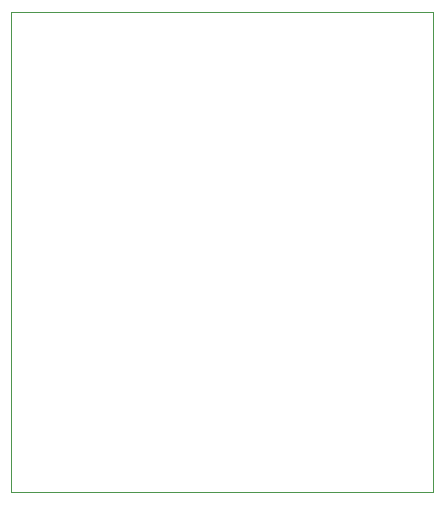
<source format=gbr>
%TF.GenerationSoftware,KiCad,Pcbnew,8.0.6*%
%TF.CreationDate,2024-10-18T13:19:48-03:00*%
%TF.ProjectId,ESP32C6-dev-board,45535033-3243-4362-9d64-65762d626f61,rev?*%
%TF.SameCoordinates,Original*%
%TF.FileFunction,Profile,NP*%
%FSLAX46Y46*%
G04 Gerber Fmt 4.6, Leading zero omitted, Abs format (unit mm)*
G04 Created by KiCad (PCBNEW 8.0.6) date 2024-10-18 13:19:48*
%MOMM*%
%LPD*%
G01*
G04 APERTURE LIST*
%TA.AperFunction,Profile*%
%ADD10C,0.100000*%
%TD*%
G04 APERTURE END LIST*
D10*
X121700000Y-78340000D02*
X157378000Y-78340000D01*
X157378000Y-119000000D01*
X121700000Y-119000000D01*
X121700000Y-78340000D01*
M02*

</source>
